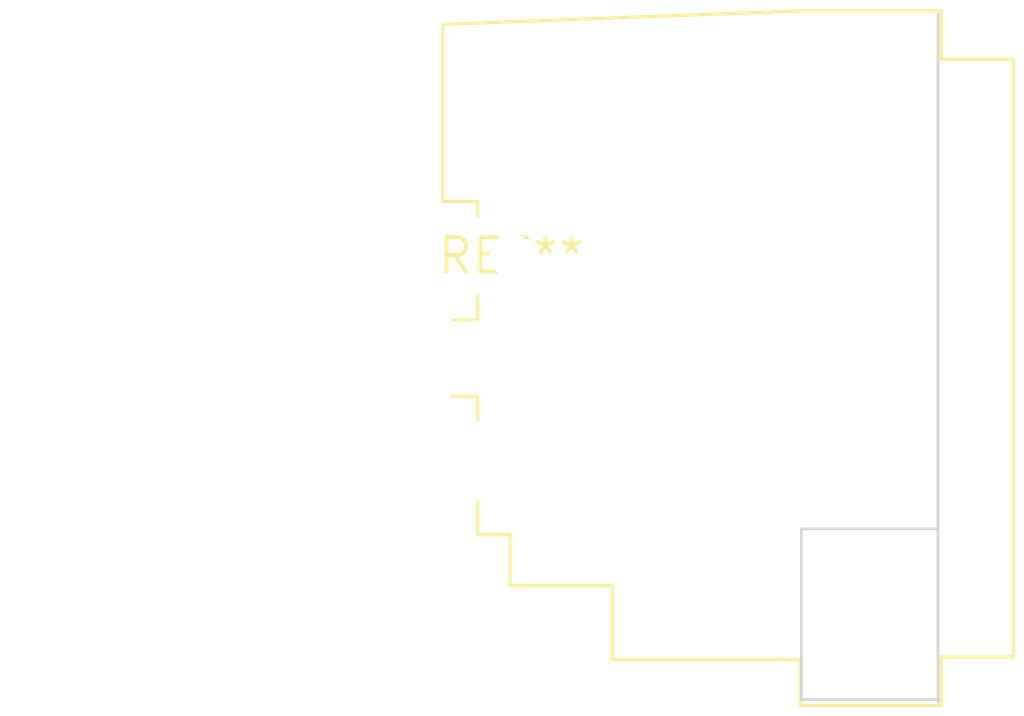
<source format=kicad_pcb>
(kicad_pcb (version 20240108) (generator pcbnew)
  (layers (0 "F.Cu" signal) (31 "B.Cu" signal) (34 "B.Paste" user) (35 "F.Paste" user) (36 "B.SilkS" user "B.Silkscreen") (37 "F.SilkS" user "F.Silkscreen") (38 "B.Mask" user) (39 "F.Mask" user) (44 "Edge.Cuts" user))
  (net 0 "")
  (footprint "Jack_XLR_Neutrik_NC3FAHR1_Horizontal" (layer "F.Cu") (at 0 0)
    (property "Reference" "REF**")
    (property "Value" "Jack_XLR_Neutrik_NC3FAHR1_Horizontal")
    (fp_line (start -2.55 -8.61) (end -2.55 -2.02) (layer "F.SilkS") (stroke (width 0.12)))
    (fp_line (start -2.55 -2.02) (end -1.25 -2.02) (layer "F.SilkS") (stroke (width 0.12)))
    (fp_line (start -1.25 -2.02) (end -1.25 -1.5) (layer "F.SilkS") (stroke (width 0.12)))
    (fp_line (start -1.25 1.5) (end -1.25 2.39) (layer "F.SilkS") (stroke (width 0.12)))
    (fp_line (start -1.25 2.39) (end -2.2 2.39) (layer "F.SilkS") (stroke (width 0.12)))
    (fp_line (start -1.25 5.23) (end -2.2 5.23) (layer "F.SilkS") (stroke (width 0.12)))
    (fp_line (start -1.25 5.23) (end -1.25 6.1) (layer "F.SilkS") (stroke (width 0.12)))
    (fp_line (start -1.25 9.15) (end -1.25 10.38) (layer "F.SilkS") (stroke (width 0.12)))
    (fp_line (start -0.05 10.38) (end -1.25 10.38) (layer "F.SilkS") (stroke (width 0.12)))
    (fp_line (start -0.05 10.38) (end -0.05 12.28) (layer "F.SilkS") (stroke (width 0.12)))
    (fp_line (start 3.75 12.28) (end -0.05 12.28) (layer "F.SilkS") (stroke (width 0.12)))
    (fp_line (start 3.75 12.28) (end 3.75 15.03) (layer "F.SilkS") (stroke (width 0.12)))
    (fp_line (start 10.75 -9.11) (end -2.55 -8.61) (layer "F.SilkS") (stroke (width 0.12)))
    (fp_line (start 10.75 15.03) (end 3.75 15.03) (layer "F.SilkS") (stroke (width 0.12)))
    (fp_line (start 10.75 16.73) (end 10.75 15.03) (layer "F.SilkS") (stroke (width 0.12)))
    (fp_line (start 15.99 -9.11) (end 10.75 -9.11) (layer "F.SilkS") (stroke (width 0.12)))
    (fp_line (start 15.99 -9.11) (end 15.99 -7.31) (layer "F.SilkS") (stroke (width 0.12)))
    (fp_line (start 15.99 -7.31) (end 18.69 -7.31) (layer "F.SilkS") (stroke (width 0.12)))
    (fp_line (start 15.99 14.93) (end 15.99 16.73) (layer "F.SilkS") (stroke (width 0.12)))
    (fp_line (start 15.99 14.93) (end 18.69 14.93) (layer "F.SilkS") (stroke (width 0.12)))
    (fp_line (start 15.99 16.73) (end 10.75 16.73) (layer "F.SilkS") (stroke (width 0.12)))
    (fp_line (start 18.69 -7.31) (end 18.69 14.93) (layer "F.SilkS") (stroke (width 0.12)))
    (fp_line (start 10.79 10.16) (end 10.79 16.51) (layer "Edge.Cuts") (stroke (width 0.1)))
    (fp_line (start 10.79 16.51) (end 15.87 16.51) (layer "Edge.Cuts") (stroke (width 0.1)))
    (fp_line (start 15.87 -8.99) (end 15.87 16.61) (layer "Edge.Cuts") (stroke (width 0.1)))
    (fp_line (start 15.87 10.16) (end 10.79 10.16) (layer "Edge.Cuts") (stroke (width 0.1)))
    (pad "" np_thru_hole circle (at 11.42 5.08) (size 1.6 1.6) (drill 1.6) (layers *.Cu *.Mask))
    (pad "1" thru_hole circle (at 0 0) (size 3.4 3.4) (drill 1.6) (layers *.Cu *.Mask) (remove_unused_layers))
    (pad "2" thru_hole circle (at -3.18 3.81) (size 2.9 2.9) (drill 1.2) (layers *.Cu *.Mask) (remove_unused_layers))
    (pad "3" thru_hole circle (at 0 7.62) (size 3.4 3.4) (drill 1.6) (layers *.Cu *.Mask) (remove_unused_layers))
  )
)
</source>
